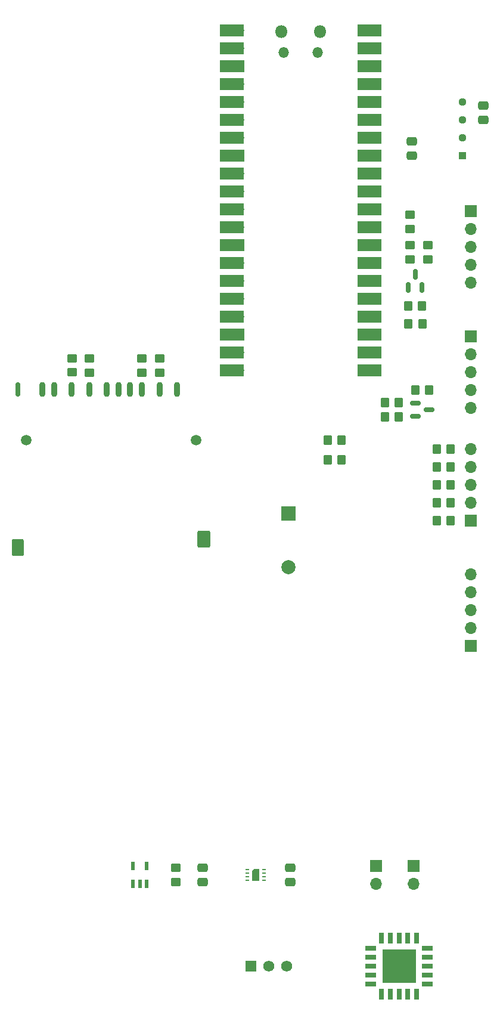
<source format=gbr>
%TF.GenerationSoftware,KiCad,Pcbnew,6.0.2+dfsg-1*%
%TF.CreationDate,2022-11-10T09:56:40+01:00*%
%TF.ProjectId,DL,444c2e6b-6963-4616-945f-706362585858,rev?*%
%TF.SameCoordinates,Original*%
%TF.FileFunction,Soldermask,Top*%
%TF.FilePolarity,Negative*%
%FSLAX46Y46*%
G04 Gerber Fmt 4.6, Leading zero omitted, Abs format (unit mm)*
G04 Created by KiCad (PCBNEW 6.0.2+dfsg-1) date 2022-11-10 09:56:40*
%MOMM*%
%LPD*%
G01*
G04 APERTURE LIST*
G04 Aperture macros list*
%AMRoundRect*
0 Rectangle with rounded corners*
0 $1 Rounding radius*
0 $2 $3 $4 $5 $6 $7 $8 $9 X,Y pos of 4 corners*
0 Add a 4 corners polygon primitive as box body*
4,1,4,$2,$3,$4,$5,$6,$7,$8,$9,$2,$3,0*
0 Add four circle primitives for the rounded corners*
1,1,$1+$1,$2,$3*
1,1,$1+$1,$4,$5*
1,1,$1+$1,$6,$7*
1,1,$1+$1,$8,$9*
0 Add four rect primitives between the rounded corners*
20,1,$1+$1,$2,$3,$4,$5,0*
20,1,$1+$1,$4,$5,$6,$7,0*
20,1,$1+$1,$6,$7,$8,$9,0*
20,1,$1+$1,$8,$9,$2,$3,0*%
%AMFreePoly0*
4,1,6,0.500000,-0.850000,-0.500000,-0.850000,-0.500000,0.550000,-0.200000,0.850000,0.500000,0.850000,0.500000,-0.850000,0.500000,-0.850000,$1*%
G04 Aperture macros list end*
%ADD10RoundRect,0.250000X0.350000X0.450000X-0.350000X0.450000X-0.350000X-0.450000X0.350000X-0.450000X0*%
%ADD11R,1.700000X1.700000*%
%ADD12O,1.700000X1.700000*%
%ADD13RoundRect,0.250000X-0.450000X0.350000X-0.450000X-0.350000X0.450000X-0.350000X0.450000X0.350000X0*%
%ADD14R,1.560000X1.560000*%
%ADD15C,1.560000*%
%ADD16RoundRect,0.150000X-0.587500X-0.150000X0.587500X-0.150000X0.587500X0.150000X-0.587500X0.150000X0*%
%ADD17R,1.110000X1.110000*%
%ADD18C,1.110000*%
%ADD19RoundRect,0.150000X0.150000X-0.587500X0.150000X0.587500X-0.150000X0.587500X-0.150000X-0.587500X0*%
%ADD20RoundRect,0.250000X0.450000X-0.350000X0.450000X0.350000X-0.450000X0.350000X-0.450000X-0.350000X0*%
%ADD21R,0.600000X1.150000*%
%ADD22RoundRect,0.250000X0.475000X-0.337500X0.475000X0.337500X-0.475000X0.337500X-0.475000X-0.337500X0*%
%ADD23O,1.800000X1.800000*%
%ADD24O,1.500000X1.500000*%
%ADD25R,3.500000X1.700000*%
%ADD26RoundRect,0.250000X-0.350000X-0.450000X0.350000X-0.450000X0.350000X0.450000X-0.350000X0.450000X0*%
%ADD27C,1.500000*%
%ADD28RoundRect,0.250400X-0.149600X-0.749600X0.149600X-0.749600X0.149600X0.749600X-0.149600X0.749600X0*%
%ADD29RoundRect,0.249900X-0.100100X-0.750100X0.100100X-0.750100X0.100100X0.750100X-0.100100X0.750100X0*%
%ADD30RoundRect,0.250200X-0.649800X-0.949800X0.649800X-0.949800X0.649800X0.949800X-0.649800X0.949800X0*%
%ADD31RoundRect,0.249900X-0.600100X-0.950100X0.600100X-0.950100X0.600100X0.950100X-0.600100X0.950100X0*%
%ADD32R,0.800000X1.500000*%
%ADD33R,1.500000X0.800000*%
%ADD34R,4.800000X4.800000*%
%ADD35RoundRect,0.250000X-0.475000X0.337500X-0.475000X-0.337500X0.475000X-0.337500X0.475000X0.337500X0*%
%ADD36R,2.000000X2.000000*%
%ADD37C,2.000000*%
%ADD38R,0.550000X0.250000*%
%ADD39FreePoly0,0.000000*%
G04 APERTURE END LIST*
D10*
%TO.C,R17*%
X81010000Y-85090000D03*
X79010000Y-85090000D03*
%TD*%
D11*
%TO.C,J4*%
X83836000Y-87630000D03*
D12*
X83836000Y-85090000D03*
X83836000Y-82550000D03*
X83836000Y-80010000D03*
X83836000Y-77470000D03*
%TD*%
D11*
%TO.C,J2*%
X75692000Y-136652000D03*
D12*
X75692000Y-139192000D03*
%TD*%
D13*
%TO.C,R14*%
X27178000Y-64561500D03*
X27178000Y-66561500D03*
%TD*%
D11*
%TO.C,J7*%
X83820000Y-61478000D03*
D12*
X83820000Y-64018000D03*
X83820000Y-66558000D03*
X83820000Y-69098000D03*
X83820000Y-71638000D03*
%TD*%
D13*
%TO.C,R6*%
X75184000Y-44212000D03*
X75184000Y-46212000D03*
%TD*%
D14*
%TO.C,IC3*%
X52578000Y-150876000D03*
D15*
X55118000Y-150876000D03*
X57658000Y-150876000D03*
%TD*%
D13*
%TO.C,R12*%
X37146000Y-64593500D03*
X37146000Y-66593500D03*
%TD*%
D10*
%TO.C,R4*%
X73644000Y-72898000D03*
X71644000Y-72898000D03*
%TD*%
D16*
%TO.C,Q1*%
X76024500Y-70932000D03*
X76024500Y-72832000D03*
X77899500Y-71882000D03*
%TD*%
D17*
%TO.C,PS1*%
X82680000Y-35814000D03*
D18*
X82680000Y-33274000D03*
X82680000Y-30734000D03*
X82680000Y-28194000D03*
%TD*%
D19*
%TO.C,Q2*%
X74996000Y-54531500D03*
X76896000Y-54531500D03*
X75946000Y-52656500D03*
%TD*%
D20*
%TO.C,R1*%
X41910000Y-138922000D03*
X41910000Y-136922000D03*
%TD*%
D10*
%TO.C,R10*%
X65516000Y-79015000D03*
X63516000Y-79015000D03*
%TD*%
D13*
%TO.C,R11*%
X39624000Y-64593500D03*
X39624000Y-66593500D03*
%TD*%
D10*
%TO.C,R19*%
X81010000Y-80010000D03*
X79010000Y-80010000D03*
%TD*%
D21*
%TO.C,IC1*%
X35880000Y-139172000D03*
X36830000Y-139172000D03*
X37780000Y-139172000D03*
X37780000Y-136672000D03*
X35880000Y-136672000D03*
%TD*%
D22*
%TO.C,C1*%
X58166000Y-138959500D03*
X58166000Y-136884500D03*
%TD*%
D23*
%TO.C,U3*%
X62415000Y-18164000D03*
D24*
X62115000Y-21194000D03*
X57265000Y-21194000D03*
D23*
X56965000Y-18164000D03*
D25*
X49900000Y-18034000D03*
D12*
X50800000Y-18034000D03*
X50800000Y-20574000D03*
D25*
X49900000Y-20574000D03*
X49900000Y-23114000D03*
D11*
X50800000Y-23114000D03*
D12*
X50800000Y-25654000D03*
D25*
X49900000Y-25654000D03*
D12*
X50800000Y-28194000D03*
D25*
X49900000Y-28194000D03*
X49900000Y-30734000D03*
D12*
X50800000Y-30734000D03*
D25*
X49900000Y-33274000D03*
D12*
X50800000Y-33274000D03*
D25*
X49900000Y-35814000D03*
D11*
X50800000Y-35814000D03*
D25*
X49900000Y-38354000D03*
D12*
X50800000Y-38354000D03*
X50800000Y-40894000D03*
D25*
X49900000Y-40894000D03*
X49900000Y-43434000D03*
D12*
X50800000Y-43434000D03*
X50800000Y-45974000D03*
D25*
X49900000Y-45974000D03*
D11*
X50800000Y-48514000D03*
D25*
X49900000Y-48514000D03*
D12*
X50800000Y-51054000D03*
D25*
X49900000Y-51054000D03*
X49900000Y-53594000D03*
D12*
X50800000Y-53594000D03*
D25*
X49900000Y-56134000D03*
D12*
X50800000Y-56134000D03*
D25*
X49900000Y-58674000D03*
D12*
X50800000Y-58674000D03*
D25*
X49900000Y-61214000D03*
D11*
X50800000Y-61214000D03*
D25*
X49900000Y-63754000D03*
D12*
X50800000Y-63754000D03*
D25*
X49900000Y-66294000D03*
D12*
X50800000Y-66294000D03*
X68580000Y-66294000D03*
D25*
X69480000Y-66294000D03*
D12*
X68580000Y-63754000D03*
D25*
X69480000Y-63754000D03*
X69480000Y-61214000D03*
D11*
X68580000Y-61214000D03*
D25*
X69480000Y-58674000D03*
D12*
X68580000Y-58674000D03*
X68580000Y-56134000D03*
D25*
X69480000Y-56134000D03*
D12*
X68580000Y-53594000D03*
D25*
X69480000Y-53594000D03*
X69480000Y-51054000D03*
D12*
X68580000Y-51054000D03*
D11*
X68580000Y-48514000D03*
D25*
X69480000Y-48514000D03*
D12*
X68580000Y-45974000D03*
D25*
X69480000Y-45974000D03*
D12*
X68580000Y-43434000D03*
D25*
X69480000Y-43434000D03*
D12*
X68580000Y-40894000D03*
D25*
X69480000Y-40894000D03*
X69480000Y-38354000D03*
D12*
X68580000Y-38354000D03*
D25*
X69480000Y-35814000D03*
D11*
X68580000Y-35814000D03*
D12*
X68580000Y-33274000D03*
D25*
X69480000Y-33274000D03*
D12*
X68580000Y-30734000D03*
D25*
X69480000Y-30734000D03*
D12*
X68580000Y-28194000D03*
D25*
X69480000Y-28194000D03*
D12*
X68580000Y-25654000D03*
D25*
X69480000Y-25654000D03*
X69480000Y-23114000D03*
D11*
X68580000Y-23114000D03*
D12*
X68580000Y-20574000D03*
D25*
X69480000Y-20574000D03*
X69480000Y-18034000D03*
D12*
X68580000Y-18034000D03*
%TD*%
D26*
%TO.C,R2*%
X71644000Y-70866000D03*
X73644000Y-70866000D03*
%TD*%
D13*
%TO.C,R7*%
X75184000Y-48530000D03*
X75184000Y-50530000D03*
%TD*%
D27*
%TO.C,J3*%
X44866000Y-76234000D03*
X20666000Y-76234000D03*
D28*
X39646000Y-69034000D03*
X37146000Y-69034000D03*
X33846000Y-69034000D03*
X32146000Y-69034000D03*
X29646000Y-69034000D03*
X27146000Y-69034000D03*
X24716000Y-69034000D03*
X23016000Y-69034000D03*
X42146000Y-69034000D03*
X35446000Y-69034000D03*
D29*
X19526000Y-69034000D03*
D30*
X45966000Y-90234000D03*
D31*
X19516000Y-91434000D03*
%TD*%
D11*
%TO.C,J5*%
X83836000Y-105410000D03*
D12*
X83836000Y-102870000D03*
X83836000Y-100330000D03*
X83836000Y-97790000D03*
X83836000Y-95250000D03*
%TD*%
D32*
%TO.C,IC2*%
X76160000Y-146876000D03*
X74910000Y-146876000D03*
X73660000Y-146876000D03*
X72410000Y-146876000D03*
X71160000Y-146876000D03*
D33*
X69660000Y-148376000D03*
X69660000Y-149626000D03*
X69660000Y-150876000D03*
X69660000Y-152126000D03*
X69660000Y-153376000D03*
D32*
X71160000Y-154876000D03*
X72410000Y-154876000D03*
X73660000Y-154876000D03*
X74910000Y-154876000D03*
X76160000Y-154876000D03*
D33*
X77660000Y-153376000D03*
X77660000Y-152126000D03*
X77660000Y-150876000D03*
X77660000Y-149626000D03*
X77660000Y-148376000D03*
D34*
X73660000Y-150876000D03*
%TD*%
D35*
%TO.C,C3*%
X75438000Y-33760500D03*
X75438000Y-35835500D03*
%TD*%
D11*
%TO.C,J6*%
X83820000Y-43693000D03*
D12*
X83820000Y-46233000D03*
X83820000Y-48773000D03*
X83820000Y-51313000D03*
X83820000Y-53853000D03*
%TD*%
D36*
%TO.C,BZ1*%
X57912000Y-86624000D03*
D37*
X57912000Y-94224000D03*
%TD*%
D10*
%TO.C,R3*%
X77962000Y-69088000D03*
X75962000Y-69088000D03*
%TD*%
D11*
%TO.C,J1*%
X70358000Y-136652000D03*
D12*
X70358000Y-139192000D03*
%TD*%
D26*
%TO.C,R15*%
X74930000Y-57150000D03*
X76930000Y-57150000D03*
%TD*%
D38*
%TO.C,U1*%
X52143500Y-137172000D03*
X52143500Y-137672000D03*
X52143500Y-138172000D03*
X52143500Y-138672000D03*
X54493500Y-138672000D03*
X54493500Y-138172000D03*
X54493500Y-137672000D03*
X54493500Y-137172000D03*
D39*
X53318500Y-137922000D03*
%TD*%
D35*
%TO.C,C4*%
X85598000Y-28680500D03*
X85598000Y-30755500D03*
%TD*%
D10*
%TO.C,R9*%
X65516000Y-76200000D03*
X63516000Y-76200000D03*
%TD*%
D22*
%TO.C,C2*%
X45720000Y-138959500D03*
X45720000Y-136884500D03*
%TD*%
D26*
%TO.C,R5*%
X74962000Y-59690000D03*
X76962000Y-59690000D03*
%TD*%
D10*
%TO.C,R16*%
X81010000Y-87630000D03*
X79010000Y-87630000D03*
%TD*%
%TO.C,R20*%
X81010000Y-77470000D03*
X79010000Y-77470000D03*
%TD*%
D13*
%TO.C,R13*%
X29646000Y-64593500D03*
X29646000Y-66593500D03*
%TD*%
D10*
%TO.C,R18*%
X81010000Y-82550000D03*
X79010000Y-82550000D03*
%TD*%
D20*
%TO.C,R8*%
X77724000Y-50535000D03*
X77724000Y-48535000D03*
%TD*%
M02*

</source>
